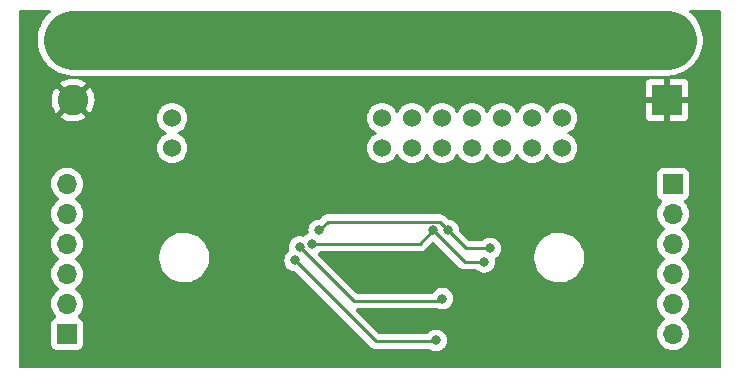
<source format=gbl>
%TF.GenerationSoftware,KiCad,Pcbnew,(6.0.4-0)*%
%TF.CreationDate,2022-03-28T18:44:13+01:00*%
%TF.ProjectId,SevenSegmentModule,53657665-6e53-4656-976d-656e744d6f64,rev?*%
%TF.SameCoordinates,Original*%
%TF.FileFunction,Copper,L2,Bot*%
%TF.FilePolarity,Positive*%
%FSLAX46Y46*%
G04 Gerber Fmt 4.6, Leading zero omitted, Abs format (unit mm)*
G04 Created by KiCad (PCBNEW (6.0.4-0)) date 2022-03-28 18:44:13*
%MOMM*%
%LPD*%
G01*
G04 APERTURE LIST*
%TA.AperFunction,ComponentPad*%
%ADD10R,1.700000X1.700000*%
%TD*%
%TA.AperFunction,ComponentPad*%
%ADD11O,1.700000X1.700000*%
%TD*%
%TA.AperFunction,ComponentPad*%
%ADD12C,1.524000*%
%TD*%
%TA.AperFunction,ComponentPad*%
%ADD13R,2.600000X2.600000*%
%TD*%
%TA.AperFunction,ComponentPad*%
%ADD14C,2.600000*%
%TD*%
%TA.AperFunction,ViaPad*%
%ADD15C,0.800000*%
%TD*%
%TA.AperFunction,Conductor*%
%ADD16C,5.000000*%
%TD*%
%TA.AperFunction,Conductor*%
%ADD17C,0.250000*%
%TD*%
G04 APERTURE END LIST*
D10*
%TO.P,J4,1,Pin_1*%
%TO.N,+3V3*%
X139192000Y-99568000D03*
D11*
%TO.P,J4,2,Pin_2*%
%TO.N,SER_OUT*%
X139192000Y-97028000D03*
%TO.P,J4,3,Pin_3*%
%TO.N,G*%
X139192000Y-94488000D03*
%TO.P,J4,4,Pin_4*%
%TO.N,SRCLR*%
X139192000Y-91948000D03*
%TO.P,J4,5,Pin_5*%
%TO.N,SRCK*%
X139192000Y-89408000D03*
%TO.P,J4,6,Pin_6*%
%TO.N,RCLK*%
X139192000Y-86868000D03*
%TD*%
D10*
%TO.P,J1,1,Pin_1*%
%TO.N,RCLK*%
X190500000Y-86868000D03*
D11*
%TO.P,J1,2,Pin_2*%
%TO.N,SRCK*%
X190500000Y-89408000D03*
%TO.P,J1,3,Pin_3*%
%TO.N,SRCLR*%
X190500000Y-91948000D03*
%TO.P,J1,4,Pin_4*%
%TO.N,G*%
X190500000Y-94488000D03*
%TO.P,J1,5,Pin_5*%
%TO.N,SER_IN*%
X190500000Y-97028000D03*
%TO.P,J1,6,Pin_6*%
%TO.N,+3V3*%
X190500000Y-99568000D03*
%TD*%
D12*
%TO.P,U2,16,DP-*%
%TO.N,Net-(U1-Pad4)*%
X148082000Y-83820000D03*
%TO.P,U2,15,DP+*%
%TO.N,Net-(R1-Pad1)*%
X148082000Y-81280000D03*
%TO.P,U2,14,G-*%
%TO.N,Net-(U1-Pad5)*%
X181102000Y-83820000D03*
%TO.P,U2,13,G+*%
%TO.N,Net-(R2-Pad1)*%
X181102000Y-81280000D03*
%TO.P,U2,12,F-*%
%TO.N,Net-(U1-Pad6)*%
X178562000Y-83820000D03*
%TO.P,U2,11,F+*%
%TO.N,Net-(R3-Pad1)*%
X178562000Y-81280000D03*
%TO.P,U2,10,E-*%
%TO.N,Net-(U1-Pad7)*%
X176022000Y-83820000D03*
%TO.P,U2,9,E+*%
%TO.N,Net-(R4-Pad1)*%
X176022000Y-81280000D03*
%TO.P,U2,8,D-*%
%TO.N,Net-(U1-Pad14)*%
X173482000Y-83820000D03*
%TO.P,U2,7,D+*%
%TO.N,Net-(R5-Pad1)*%
X173482000Y-81280000D03*
%TO.P,U2,6,C-*%
%TO.N,Net-(U1-Pad15)*%
X170942000Y-83820000D03*
%TO.P,U2,5,C+*%
%TO.N,Net-(R6-Pad1)*%
X170942000Y-81280000D03*
%TO.P,U2,4,B-*%
%TO.N,Net-(U1-Pad16)*%
X168402000Y-83820000D03*
%TO.P,U2,3,B+*%
%TO.N,Net-(R7-Pad1)*%
X168402000Y-81280000D03*
%TO.P,U2,2,A-*%
%TO.N,Net-(U1-Pad17)*%
X165862000Y-83820000D03*
%TO.P,U2,1,A+*%
%TO.N,Net-(R8-Pad1)*%
X165862000Y-81280000D03*
%TD*%
D13*
%TO.P,J5,1,Pin_1*%
%TO.N,+5V*%
X139700000Y-74676000D03*
D14*
%TO.P,J5,2,Pin_2*%
%TO.N,GND*%
X139700000Y-79756000D03*
%TD*%
D13*
%TO.P,J2,1,Pin_1*%
%TO.N,GND*%
X189992000Y-79756000D03*
D14*
%TO.P,J2,2,Pin_2*%
%TO.N,+5V*%
X189992000Y-74676000D03*
%TD*%
D15*
%TO.N,GND*%
X159766000Y-87376000D03*
X173736000Y-87884000D03*
X173990000Y-98171000D03*
X158877000Y-98552000D03*
%TO.N,SRCLR*%
X158877000Y-92202000D03*
X170967187Y-96575311D03*
%TO.N,G*%
X170434000Y-100113500D03*
X158496000Y-93345000D03*
%TO.N,SRCK*%
X159893000Y-91948000D03*
%TO.N,RCLK*%
X160528000Y-90805000D03*
X171450000Y-90805000D03*
X175006000Y-92329000D03*
%TO.N,SRCK*%
X170180000Y-90805000D03*
X174498000Y-93472000D03*
%TD*%
D16*
%TO.N,+5V*%
X189992000Y-74676000D02*
X139700000Y-74676000D01*
D17*
%TO.N,SRCLR*%
X158877000Y-92202000D02*
X163449000Y-96774000D01*
X163449000Y-96774000D02*
X170768498Y-96774000D01*
X170768498Y-96774000D02*
X170967187Y-96575311D01*
%TO.N,G*%
X170344500Y-100203000D02*
X170434000Y-100113500D01*
X165354000Y-100203000D02*
X170344500Y-100203000D01*
X158496000Y-93345000D02*
X165354000Y-100203000D01*
%TO.N,SRCK*%
X159893000Y-91948000D02*
X169037000Y-91948000D01*
X169037000Y-91948000D02*
X170180000Y-90805000D01*
%TO.N,RCLK*%
X160528000Y-90805000D02*
X161252511Y-90080489D01*
X161252511Y-90080489D02*
X170725489Y-90080489D01*
X170725489Y-90080489D02*
X171450000Y-90805000D01*
X172974000Y-92329000D02*
X171450000Y-90805000D01*
X175006000Y-92329000D02*
X172974000Y-92329000D01*
%TO.N,SRCK*%
X172847000Y-93472000D02*
X170180000Y-90805000D01*
X174498000Y-93472000D02*
X172847000Y-93472000D01*
%TD*%
%TA.AperFunction,Conductor*%
%TO.N,GND*%
G36*
X137760530Y-72156502D02*
G01*
X137807023Y-72210158D01*
X137817127Y-72280432D01*
X137787633Y-72345012D01*
X137778192Y-72354789D01*
X137524904Y-72590158D01*
X137299578Y-72853981D01*
X137106069Y-73141953D01*
X136946940Y-73450259D01*
X136824302Y-73774811D01*
X136739780Y-74111308D01*
X136694494Y-74455289D01*
X136689044Y-74802196D01*
X136689405Y-74805810D01*
X136689405Y-74805816D01*
X136713694Y-75049157D01*
X136723503Y-75147431D01*
X136797414Y-75486417D01*
X136909797Y-75814661D01*
X137059163Y-76127812D01*
X137243532Y-76421721D01*
X137245804Y-76424557D01*
X137245809Y-76424564D01*
X137302252Y-76495016D01*
X137460459Y-76692491D01*
X137707071Y-76936534D01*
X137980098Y-77150614D01*
X138275921Y-77331895D01*
X138279206Y-77333420D01*
X138279210Y-77333422D01*
X138518653Y-77444567D01*
X138590620Y-77477973D01*
X138694926Y-77512469D01*
X138916578Y-77585774D01*
X138916583Y-77585775D01*
X138920023Y-77586913D01*
X138923578Y-77587649D01*
X138923581Y-77587650D01*
X139256214Y-77656535D01*
X139256217Y-77656535D01*
X139259764Y-77657270D01*
X139398221Y-77669627D01*
X139562076Y-77684251D01*
X139562082Y-77684251D01*
X139564869Y-77684500D01*
X190080432Y-77684500D01*
X190082251Y-77684395D01*
X190082255Y-77684395D01*
X190334754Y-77669836D01*
X190334759Y-77669835D01*
X190338374Y-77669627D01*
X190413388Y-77656535D01*
X190676585Y-77610600D01*
X190676592Y-77610598D01*
X190680158Y-77609976D01*
X190683633Y-77608947D01*
X190683640Y-77608945D01*
X190816863Y-77569482D01*
X191012820Y-77511437D01*
X191016159Y-77510013D01*
X191328614Y-77376740D01*
X191328617Y-77376738D01*
X191331952Y-77375316D01*
X191335099Y-77373521D01*
X191335103Y-77373519D01*
X191630184Y-77205208D01*
X191633324Y-77203417D01*
X191912940Y-76998018D01*
X192167096Y-76761842D01*
X192392422Y-76498019D01*
X192585931Y-76210047D01*
X192745060Y-75901741D01*
X192867698Y-75577189D01*
X192952220Y-75240692D01*
X192997506Y-74896711D01*
X193002956Y-74549804D01*
X192993163Y-74451685D01*
X192968857Y-74208177D01*
X192968497Y-74204569D01*
X192894586Y-73865583D01*
X192782203Y-73537339D01*
X192632837Y-73224188D01*
X192448468Y-72930279D01*
X192446196Y-72927443D01*
X192446191Y-72927436D01*
X192233813Y-72662345D01*
X192231541Y-72659509D01*
X191984929Y-72415466D01*
X191916298Y-72361652D01*
X191875035Y-72303881D01*
X191871555Y-72232969D01*
X191906966Y-72171434D01*
X191970024Y-72138811D01*
X191994046Y-72136500D01*
X194437500Y-72136500D01*
X194505621Y-72156502D01*
X194552114Y-72210158D01*
X194563500Y-72262500D01*
X194563500Y-102362500D01*
X194543498Y-102430621D01*
X194489842Y-102477114D01*
X194437500Y-102488500D01*
X135254500Y-102488500D01*
X135186379Y-102468498D01*
X135139886Y-102414842D01*
X135128500Y-102362500D01*
X135128500Y-96994695D01*
X137829251Y-96994695D01*
X137829548Y-96999848D01*
X137829548Y-96999851D01*
X137836029Y-97112255D01*
X137842110Y-97217715D01*
X137843247Y-97222761D01*
X137843248Y-97222767D01*
X137849220Y-97249266D01*
X137891222Y-97435639D01*
X137975266Y-97642616D01*
X138091987Y-97833088D01*
X138238250Y-98001938D01*
X138242230Y-98005242D01*
X138246981Y-98009187D01*
X138286616Y-98068090D01*
X138288113Y-98139071D01*
X138250997Y-98199593D01*
X138210725Y-98224112D01*
X138122095Y-98257338D01*
X138095295Y-98267385D01*
X137978739Y-98354739D01*
X137891385Y-98471295D01*
X137840255Y-98607684D01*
X137833500Y-98669866D01*
X137833500Y-100466134D01*
X137840255Y-100528316D01*
X137891385Y-100664705D01*
X137978739Y-100781261D01*
X138095295Y-100868615D01*
X138231684Y-100919745D01*
X138293866Y-100926500D01*
X140090134Y-100926500D01*
X140152316Y-100919745D01*
X140288705Y-100868615D01*
X140405261Y-100781261D01*
X140492615Y-100664705D01*
X140543745Y-100528316D01*
X140550500Y-100466134D01*
X140550500Y-98669866D01*
X140543745Y-98607684D01*
X140492615Y-98471295D01*
X140405261Y-98354739D01*
X140288705Y-98267385D01*
X140261905Y-98257338D01*
X140170203Y-98222960D01*
X140113439Y-98180318D01*
X140088739Y-98113756D01*
X140103947Y-98044408D01*
X140125493Y-98015727D01*
X140226435Y-97915137D01*
X140230096Y-97911489D01*
X140289594Y-97828689D01*
X140357435Y-97734277D01*
X140360453Y-97730077D01*
X140459430Y-97529811D01*
X140524370Y-97316069D01*
X140553529Y-97094590D01*
X140555156Y-97028000D01*
X140536852Y-96805361D01*
X140482431Y-96588702D01*
X140393354Y-96383840D01*
X140272014Y-96196277D01*
X140121670Y-96031051D01*
X140117619Y-96027852D01*
X140117615Y-96027848D01*
X139950414Y-95895800D01*
X139950410Y-95895798D01*
X139946359Y-95892598D01*
X139905053Y-95869796D01*
X139855084Y-95819364D01*
X139840312Y-95749921D01*
X139865428Y-95683516D01*
X139892780Y-95656909D01*
X139936603Y-95625650D01*
X140071860Y-95529173D01*
X140230096Y-95371489D01*
X140289594Y-95288689D01*
X140357435Y-95194277D01*
X140360453Y-95190077D01*
X140363455Y-95184004D01*
X140457136Y-94994453D01*
X140457137Y-94994451D01*
X140459430Y-94989811D01*
X140524370Y-94776069D01*
X140553529Y-94554590D01*
X140554337Y-94521528D01*
X140555074Y-94491365D01*
X140555074Y-94491361D01*
X140555156Y-94488000D01*
X140536852Y-94265361D01*
X140482431Y-94048702D01*
X140393354Y-93843840D01*
X140306944Y-93710271D01*
X140274822Y-93660617D01*
X140274820Y-93660614D01*
X140272014Y-93656277D01*
X140121670Y-93491051D01*
X140117619Y-93487852D01*
X140117615Y-93487848D01*
X139950414Y-93355800D01*
X139950410Y-93355798D01*
X139946359Y-93352598D01*
X139905053Y-93329796D01*
X139855084Y-93279364D01*
X139843244Y-93223703D01*
X146988743Y-93223703D01*
X146989302Y-93227947D01*
X146989302Y-93227951D01*
X147003016Y-93332118D01*
X147026268Y-93508734D01*
X147102129Y-93786036D01*
X147103813Y-93789984D01*
X147212328Y-94044391D01*
X147214923Y-94050476D01*
X147249937Y-94108980D01*
X147358518Y-94290405D01*
X147362561Y-94297161D01*
X147542313Y-94521528D01*
X147559397Y-94537740D01*
X147712224Y-94682767D01*
X147750851Y-94719423D01*
X147984317Y-94887186D01*
X147988112Y-94889195D01*
X147988113Y-94889196D01*
X148009321Y-94900425D01*
X148238392Y-95021712D01*
X148262699Y-95030607D01*
X148459473Y-95102616D01*
X148508373Y-95120511D01*
X148789264Y-95181755D01*
X148817841Y-95184004D01*
X149012282Y-95199307D01*
X149012291Y-95199307D01*
X149014739Y-95199500D01*
X149170271Y-95199500D01*
X149172407Y-95199354D01*
X149172418Y-95199354D01*
X149380548Y-95185165D01*
X149380554Y-95185164D01*
X149384825Y-95184873D01*
X149389020Y-95184004D01*
X149389022Y-95184004D01*
X149525584Y-95155723D01*
X149666342Y-95126574D01*
X149937343Y-95030607D01*
X150192812Y-94898750D01*
X150196313Y-94896289D01*
X150196317Y-94896287D01*
X150310417Y-94816096D01*
X150428023Y-94733441D01*
X150616919Y-94557908D01*
X150635479Y-94540661D01*
X150635481Y-94540658D01*
X150638622Y-94537740D01*
X150820713Y-94315268D01*
X150970927Y-94070142D01*
X150980339Y-94048702D01*
X151084757Y-93810830D01*
X151086483Y-93806898D01*
X151165244Y-93530406D01*
X151191631Y-93345000D01*
X157582496Y-93345000D01*
X157583186Y-93351565D01*
X157599258Y-93504478D01*
X157602458Y-93534928D01*
X157661473Y-93716556D01*
X157756960Y-93881944D01*
X157761378Y-93886851D01*
X157761379Y-93886852D01*
X157818744Y-93950562D01*
X157884747Y-94023866D01*
X157943026Y-94066208D01*
X158003603Y-94110220D01*
X158039248Y-94136118D01*
X158045276Y-94138802D01*
X158045278Y-94138803D01*
X158081085Y-94154745D01*
X158213712Y-94213794D01*
X158302046Y-94232570D01*
X158394056Y-94252128D01*
X158394061Y-94252128D01*
X158400513Y-94253500D01*
X158456406Y-94253500D01*
X158524527Y-94273502D01*
X158545501Y-94290405D01*
X164850343Y-100595247D01*
X164857887Y-100603537D01*
X164862000Y-100610018D01*
X164867777Y-100615443D01*
X164911667Y-100656658D01*
X164914509Y-100659413D01*
X164934231Y-100679135D01*
X164937355Y-100681558D01*
X164937359Y-100681562D01*
X164937424Y-100681612D01*
X164946445Y-100689317D01*
X164978679Y-100719586D01*
X164985627Y-100723405D01*
X164985629Y-100723407D01*
X164996432Y-100729346D01*
X165012959Y-100740202D01*
X165022698Y-100747757D01*
X165022700Y-100747758D01*
X165028960Y-100752614D01*
X165069540Y-100770174D01*
X165080188Y-100775391D01*
X165111066Y-100792366D01*
X165118940Y-100796695D01*
X165126616Y-100798666D01*
X165126619Y-100798667D01*
X165138562Y-100801733D01*
X165157267Y-100808137D01*
X165175855Y-100816181D01*
X165183678Y-100817420D01*
X165183688Y-100817423D01*
X165219524Y-100823099D01*
X165231144Y-100825505D01*
X165266289Y-100834528D01*
X165273970Y-100836500D01*
X165294224Y-100836500D01*
X165313934Y-100838051D01*
X165333943Y-100841220D01*
X165341835Y-100840474D01*
X165367467Y-100838051D01*
X165377962Y-100837059D01*
X165389819Y-100836500D01*
X169842552Y-100836500D01*
X169910673Y-100856502D01*
X169916613Y-100860564D01*
X169939277Y-100877030D01*
X169977248Y-100904618D01*
X169983276Y-100907302D01*
X169983278Y-100907303D01*
X170033702Y-100929753D01*
X170151712Y-100982294D01*
X170245112Y-101002147D01*
X170332056Y-101020628D01*
X170332061Y-101020628D01*
X170338513Y-101022000D01*
X170529487Y-101022000D01*
X170535939Y-101020628D01*
X170535944Y-101020628D01*
X170622888Y-101002147D01*
X170716288Y-100982294D01*
X170834298Y-100929753D01*
X170884722Y-100907303D01*
X170884724Y-100907302D01*
X170890752Y-100904618D01*
X170928724Y-100877030D01*
X170956978Y-100856502D01*
X171045253Y-100792366D01*
X171061717Y-100774081D01*
X171168621Y-100655352D01*
X171168622Y-100655351D01*
X171173040Y-100650444D01*
X171243551Y-100528316D01*
X171265223Y-100490779D01*
X171265224Y-100490778D01*
X171268527Y-100485056D01*
X171327542Y-100303428D01*
X171347504Y-100113500D01*
X171342912Y-100069811D01*
X171328232Y-99930135D01*
X171328232Y-99930133D01*
X171327542Y-99923572D01*
X171268527Y-99741944D01*
X171173040Y-99576556D01*
X171135349Y-99534695D01*
X189137251Y-99534695D01*
X189137548Y-99539848D01*
X189137548Y-99539851D01*
X189143011Y-99634590D01*
X189150110Y-99757715D01*
X189151247Y-99762761D01*
X189151248Y-99762767D01*
X189171119Y-99850939D01*
X189199222Y-99975639D01*
X189283266Y-100182616D01*
X189285965Y-100187020D01*
X189361147Y-100309706D01*
X189399987Y-100373088D01*
X189546250Y-100541938D01*
X189718126Y-100684632D01*
X189911000Y-100797338D01*
X189915825Y-100799180D01*
X189915826Y-100799181D01*
X189952101Y-100813033D01*
X190119692Y-100877030D01*
X190124760Y-100878061D01*
X190124763Y-100878062D01*
X190232017Y-100899883D01*
X190338597Y-100921567D01*
X190343772Y-100921757D01*
X190343774Y-100921757D01*
X190556673Y-100929564D01*
X190556677Y-100929564D01*
X190561837Y-100929753D01*
X190566957Y-100929097D01*
X190566959Y-100929097D01*
X190778288Y-100902025D01*
X190778289Y-100902025D01*
X190783416Y-100901368D01*
X190788366Y-100899883D01*
X190992429Y-100838661D01*
X190992434Y-100838659D01*
X190997384Y-100837174D01*
X191197994Y-100738896D01*
X191379860Y-100609173D01*
X191538096Y-100451489D01*
X191597594Y-100368689D01*
X191665435Y-100274277D01*
X191668453Y-100270077D01*
X191749083Y-100106935D01*
X191765136Y-100074453D01*
X191765137Y-100074451D01*
X191767430Y-100069811D01*
X191832370Y-99856069D01*
X191861529Y-99634590D01*
X191863156Y-99568000D01*
X191844852Y-99345361D01*
X191790431Y-99128702D01*
X191701354Y-98923840D01*
X191580014Y-98736277D01*
X191429670Y-98571051D01*
X191425619Y-98567852D01*
X191425615Y-98567848D01*
X191258414Y-98435800D01*
X191258410Y-98435798D01*
X191254359Y-98432598D01*
X191213053Y-98409796D01*
X191163084Y-98359364D01*
X191148312Y-98289921D01*
X191173428Y-98223516D01*
X191200780Y-98196909D01*
X191244603Y-98165650D01*
X191379860Y-98069173D01*
X191538096Y-97911489D01*
X191597594Y-97828689D01*
X191665435Y-97734277D01*
X191668453Y-97730077D01*
X191767430Y-97529811D01*
X191832370Y-97316069D01*
X191861529Y-97094590D01*
X191863156Y-97028000D01*
X191844852Y-96805361D01*
X191790431Y-96588702D01*
X191701354Y-96383840D01*
X191580014Y-96196277D01*
X191429670Y-96031051D01*
X191425619Y-96027852D01*
X191425615Y-96027848D01*
X191258414Y-95895800D01*
X191258410Y-95895798D01*
X191254359Y-95892598D01*
X191213053Y-95869796D01*
X191163084Y-95819364D01*
X191148312Y-95749921D01*
X191173428Y-95683516D01*
X191200780Y-95656909D01*
X191244603Y-95625650D01*
X191379860Y-95529173D01*
X191538096Y-95371489D01*
X191597594Y-95288689D01*
X191665435Y-95194277D01*
X191668453Y-95190077D01*
X191671455Y-95184004D01*
X191765136Y-94994453D01*
X191765137Y-94994451D01*
X191767430Y-94989811D01*
X191832370Y-94776069D01*
X191861529Y-94554590D01*
X191862337Y-94521528D01*
X191863074Y-94491365D01*
X191863074Y-94491361D01*
X191863156Y-94488000D01*
X191844852Y-94265361D01*
X191790431Y-94048702D01*
X191701354Y-93843840D01*
X191614944Y-93710271D01*
X191582822Y-93660617D01*
X191582820Y-93660614D01*
X191580014Y-93656277D01*
X191429670Y-93491051D01*
X191425619Y-93487852D01*
X191425615Y-93487848D01*
X191258414Y-93355800D01*
X191258410Y-93355798D01*
X191254359Y-93352598D01*
X191213053Y-93329796D01*
X191163084Y-93279364D01*
X191148312Y-93209921D01*
X191173428Y-93143516D01*
X191200780Y-93116909D01*
X191244603Y-93085650D01*
X191379860Y-92989173D01*
X191538096Y-92831489D01*
X191550826Y-92813774D01*
X191665435Y-92654277D01*
X191668453Y-92650077D01*
X191678009Y-92630743D01*
X191765136Y-92454453D01*
X191765137Y-92454451D01*
X191767430Y-92449811D01*
X191832370Y-92236069D01*
X191861529Y-92014590D01*
X191863156Y-91948000D01*
X191844852Y-91725361D01*
X191790431Y-91508702D01*
X191701354Y-91303840D01*
X191619010Y-91176556D01*
X191582822Y-91120617D01*
X191582820Y-91120614D01*
X191580014Y-91116277D01*
X191429670Y-90951051D01*
X191425619Y-90947852D01*
X191425615Y-90947848D01*
X191258414Y-90815800D01*
X191258410Y-90815798D01*
X191254359Y-90812598D01*
X191213053Y-90789796D01*
X191163084Y-90739364D01*
X191148312Y-90669921D01*
X191173428Y-90603516D01*
X191200780Y-90576909D01*
X191244603Y-90545650D01*
X191379860Y-90449173D01*
X191538096Y-90291489D01*
X191550826Y-90273774D01*
X191665435Y-90114277D01*
X191668453Y-90110077D01*
X191767430Y-89909811D01*
X191832370Y-89696069D01*
X191861529Y-89474590D01*
X191862134Y-89449816D01*
X191863074Y-89411365D01*
X191863074Y-89411361D01*
X191863156Y-89408000D01*
X191844852Y-89185361D01*
X191790431Y-88968702D01*
X191701354Y-88763840D01*
X191580014Y-88576277D01*
X191576532Y-88572450D01*
X191432798Y-88414488D01*
X191401746Y-88350642D01*
X191410141Y-88280143D01*
X191455317Y-88225375D01*
X191481761Y-88211706D01*
X191588297Y-88171767D01*
X191596705Y-88168615D01*
X191713261Y-88081261D01*
X191800615Y-87964705D01*
X191851745Y-87828316D01*
X191858500Y-87766134D01*
X191858500Y-85969866D01*
X191851745Y-85907684D01*
X191800615Y-85771295D01*
X191713261Y-85654739D01*
X191596705Y-85567385D01*
X191460316Y-85516255D01*
X191398134Y-85509500D01*
X189601866Y-85509500D01*
X189539684Y-85516255D01*
X189403295Y-85567385D01*
X189286739Y-85654739D01*
X189199385Y-85771295D01*
X189148255Y-85907684D01*
X189141500Y-85969866D01*
X189141500Y-87766134D01*
X189148255Y-87828316D01*
X189199385Y-87964705D01*
X189286739Y-88081261D01*
X189403295Y-88168615D01*
X189411704Y-88171767D01*
X189411705Y-88171768D01*
X189520451Y-88212535D01*
X189577216Y-88255176D01*
X189601916Y-88321738D01*
X189586709Y-88391087D01*
X189567316Y-88417568D01*
X189440629Y-88550138D01*
X189314743Y-88734680D01*
X189220688Y-88937305D01*
X189160989Y-89152570D01*
X189137251Y-89374695D01*
X189137548Y-89379848D01*
X189137548Y-89379851D01*
X189146256Y-89530875D01*
X189150110Y-89597715D01*
X189151247Y-89602761D01*
X189151248Y-89602767D01*
X189169103Y-89681991D01*
X189199222Y-89815639D01*
X189237461Y-89909811D01*
X189279720Y-90013882D01*
X189283266Y-90022616D01*
X189399987Y-90213088D01*
X189546250Y-90381938D01*
X189718126Y-90524632D01*
X189788595Y-90565811D01*
X189791445Y-90567476D01*
X189840169Y-90619114D01*
X189853240Y-90688897D01*
X189826509Y-90754669D01*
X189786055Y-90788027D01*
X189773607Y-90794507D01*
X189769474Y-90797610D01*
X189769471Y-90797612D01*
X189599100Y-90925530D01*
X189594965Y-90928635D01*
X189591393Y-90932373D01*
X189473801Y-91055426D01*
X189440629Y-91090138D01*
X189437715Y-91094410D01*
X189437714Y-91094411D01*
X189396932Y-91154195D01*
X189314743Y-91274680D01*
X189288213Y-91331834D01*
X189227379Y-91462891D01*
X189220688Y-91477305D01*
X189160989Y-91692570D01*
X189137251Y-91914695D01*
X189137548Y-91919848D01*
X189137548Y-91919851D01*
X189143011Y-92014590D01*
X189150110Y-92137715D01*
X189151247Y-92142761D01*
X189151248Y-92142767D01*
X189163118Y-92195435D01*
X189199222Y-92355639D01*
X189259014Y-92502890D01*
X189280476Y-92555744D01*
X189283266Y-92562616D01*
X189306448Y-92600446D01*
X189371303Y-92706279D01*
X189399987Y-92753088D01*
X189546250Y-92921938D01*
X189718126Y-93064632D01*
X189788595Y-93105811D01*
X189791445Y-93107476D01*
X189840169Y-93159114D01*
X189853240Y-93228897D01*
X189826509Y-93294669D01*
X189786055Y-93328027D01*
X189773607Y-93334507D01*
X189769474Y-93337610D01*
X189769471Y-93337612D01*
X189745247Y-93355800D01*
X189594965Y-93468635D01*
X189440629Y-93630138D01*
X189314743Y-93814680D01*
X189283520Y-93881944D01*
X189227272Y-94003122D01*
X189220688Y-94017305D01*
X189160989Y-94232570D01*
X189137251Y-94454695D01*
X189137548Y-94459848D01*
X189137548Y-94459851D01*
X189143011Y-94554590D01*
X189150110Y-94677715D01*
X189151247Y-94682761D01*
X189151248Y-94682767D01*
X189171119Y-94770939D01*
X189199222Y-94895639D01*
X189283266Y-95102616D01*
X189399987Y-95293088D01*
X189546250Y-95461938D01*
X189718126Y-95604632D01*
X189788595Y-95645811D01*
X189791445Y-95647476D01*
X189840169Y-95699114D01*
X189853240Y-95768897D01*
X189826509Y-95834669D01*
X189786055Y-95868027D01*
X189773607Y-95874507D01*
X189769474Y-95877610D01*
X189769471Y-95877612D01*
X189745247Y-95895800D01*
X189594965Y-96008635D01*
X189440629Y-96170138D01*
X189314743Y-96354680D01*
X189220688Y-96557305D01*
X189160989Y-96772570D01*
X189137251Y-96994695D01*
X189137548Y-96999848D01*
X189137548Y-96999851D01*
X189144029Y-97112255D01*
X189150110Y-97217715D01*
X189151247Y-97222761D01*
X189151248Y-97222767D01*
X189157220Y-97249266D01*
X189199222Y-97435639D01*
X189283266Y-97642616D01*
X189399987Y-97833088D01*
X189546250Y-98001938D01*
X189718126Y-98144632D01*
X189779196Y-98180318D01*
X189791445Y-98187476D01*
X189840169Y-98239114D01*
X189853240Y-98308897D01*
X189826509Y-98374669D01*
X189786055Y-98408027D01*
X189773607Y-98414507D01*
X189769474Y-98417610D01*
X189769471Y-98417612D01*
X189599100Y-98545530D01*
X189594965Y-98548635D01*
X189440629Y-98710138D01*
X189314743Y-98894680D01*
X189220688Y-99097305D01*
X189160989Y-99312570D01*
X189137251Y-99534695D01*
X171135349Y-99534695D01*
X171133458Y-99532595D01*
X171049675Y-99439545D01*
X171049674Y-99439544D01*
X171045253Y-99434634D01*
X170890752Y-99322382D01*
X170884724Y-99319698D01*
X170884722Y-99319697D01*
X170722319Y-99247391D01*
X170722318Y-99247391D01*
X170716288Y-99244706D01*
X170622887Y-99224853D01*
X170535944Y-99206372D01*
X170535939Y-99206372D01*
X170529487Y-99205000D01*
X170338513Y-99205000D01*
X170332061Y-99206372D01*
X170332056Y-99206372D01*
X170245113Y-99224853D01*
X170151712Y-99244706D01*
X170145682Y-99247391D01*
X170145681Y-99247391D01*
X169983278Y-99319697D01*
X169983276Y-99319698D01*
X169977248Y-99322382D01*
X169822747Y-99434634D01*
X169818326Y-99439544D01*
X169818325Y-99439545D01*
X169738851Y-99527810D01*
X169678405Y-99565050D01*
X169645215Y-99569500D01*
X165668594Y-99569500D01*
X165600473Y-99549498D01*
X165579499Y-99532595D01*
X163669499Y-97622595D01*
X163635473Y-97560283D01*
X163640538Y-97489468D01*
X163683085Y-97432632D01*
X163749605Y-97407821D01*
X163758594Y-97407500D01*
X170575900Y-97407500D01*
X170627148Y-97418393D01*
X170678863Y-97441418D01*
X170678866Y-97441419D01*
X170684899Y-97444105D01*
X170726527Y-97452953D01*
X170865243Y-97482439D01*
X170865248Y-97482439D01*
X170871700Y-97483811D01*
X171062674Y-97483811D01*
X171069126Y-97482439D01*
X171069131Y-97482439D01*
X171156075Y-97463958D01*
X171249475Y-97444105D01*
X171255510Y-97441418D01*
X171417909Y-97369114D01*
X171417911Y-97369113D01*
X171423939Y-97366429D01*
X171578440Y-97254177D01*
X171606722Y-97222767D01*
X171701808Y-97117163D01*
X171701809Y-97117162D01*
X171706227Y-97112255D01*
X171801714Y-96946867D01*
X171860729Y-96765239D01*
X171880691Y-96575311D01*
X171860729Y-96385383D01*
X171801714Y-96203755D01*
X171706227Y-96038367D01*
X171676661Y-96005530D01*
X171582862Y-95901356D01*
X171582861Y-95901355D01*
X171578440Y-95896445D01*
X171423939Y-95784193D01*
X171417911Y-95781509D01*
X171417909Y-95781508D01*
X171255506Y-95709202D01*
X171255505Y-95709202D01*
X171249475Y-95706517D01*
X171156074Y-95686664D01*
X171069131Y-95668183D01*
X171069126Y-95668183D01*
X171062674Y-95666811D01*
X170871700Y-95666811D01*
X170865248Y-95668183D01*
X170865243Y-95668183D01*
X170778300Y-95686664D01*
X170684899Y-95706517D01*
X170678869Y-95709202D01*
X170678868Y-95709202D01*
X170516465Y-95781508D01*
X170516463Y-95781509D01*
X170510435Y-95784193D01*
X170355934Y-95896445D01*
X170351513Y-95901355D01*
X170351512Y-95901356D01*
X170257714Y-96005530D01*
X170228147Y-96038367D01*
X170224846Y-96044085D01*
X170205553Y-96077501D01*
X170154169Y-96126494D01*
X170096434Y-96140500D01*
X163763595Y-96140500D01*
X163695474Y-96120498D01*
X163674500Y-96103595D01*
X160431058Y-92860153D01*
X160397032Y-92797841D01*
X160402097Y-92727026D01*
X160446092Y-92669123D01*
X160504253Y-92626866D01*
X160508668Y-92621962D01*
X160513580Y-92617540D01*
X160514705Y-92618789D01*
X160568014Y-92585949D01*
X160601200Y-92581500D01*
X168958233Y-92581500D01*
X168969416Y-92582027D01*
X168976909Y-92583702D01*
X168984835Y-92583453D01*
X168984836Y-92583453D01*
X169044986Y-92581562D01*
X169048945Y-92581500D01*
X169076856Y-92581500D01*
X169080791Y-92581003D01*
X169080856Y-92580995D01*
X169092693Y-92580062D01*
X169124951Y-92579048D01*
X169128970Y-92578922D01*
X169136889Y-92578673D01*
X169156343Y-92573021D01*
X169175700Y-92569013D01*
X169187930Y-92567468D01*
X169187931Y-92567468D01*
X169195797Y-92566474D01*
X169203168Y-92563555D01*
X169203170Y-92563555D01*
X169236912Y-92550196D01*
X169248142Y-92546351D01*
X169282983Y-92536229D01*
X169282984Y-92536229D01*
X169290593Y-92534018D01*
X169297412Y-92529985D01*
X169297417Y-92529983D01*
X169308028Y-92523707D01*
X169325776Y-92515012D01*
X169344617Y-92507552D01*
X169380387Y-92481564D01*
X169390307Y-92475048D01*
X169421535Y-92456580D01*
X169421538Y-92456578D01*
X169428362Y-92452542D01*
X169442683Y-92438221D01*
X169457717Y-92425380D01*
X169467694Y-92418131D01*
X169474107Y-92413472D01*
X169479157Y-92407368D01*
X169479162Y-92407363D01*
X169502293Y-92379402D01*
X169510283Y-92370621D01*
X170090906Y-91789999D01*
X170153218Y-91755974D01*
X170224034Y-91761039D01*
X170269096Y-91790000D01*
X172343343Y-93864247D01*
X172350887Y-93872537D01*
X172355000Y-93879018D01*
X172360777Y-93884443D01*
X172404667Y-93925658D01*
X172407509Y-93928413D01*
X172427231Y-93948135D01*
X172430355Y-93950558D01*
X172430359Y-93950562D01*
X172430424Y-93950612D01*
X172439445Y-93958317D01*
X172471679Y-93988586D01*
X172478627Y-93992405D01*
X172478629Y-93992407D01*
X172489432Y-93998346D01*
X172505959Y-94009202D01*
X172515698Y-94016757D01*
X172515700Y-94016758D01*
X172521960Y-94021614D01*
X172562540Y-94039174D01*
X172573188Y-94044391D01*
X172590158Y-94053720D01*
X172611940Y-94065695D01*
X172619616Y-94067666D01*
X172619619Y-94067667D01*
X172631562Y-94070733D01*
X172650267Y-94077137D01*
X172668855Y-94085181D01*
X172676678Y-94086420D01*
X172676688Y-94086423D01*
X172712524Y-94092099D01*
X172724144Y-94094505D01*
X172759289Y-94103528D01*
X172766970Y-94105500D01*
X172787224Y-94105500D01*
X172806934Y-94107051D01*
X172826943Y-94110220D01*
X172834835Y-94109474D01*
X172870961Y-94106059D01*
X172882819Y-94105500D01*
X173789800Y-94105500D01*
X173857921Y-94125502D01*
X173877147Y-94141843D01*
X173877420Y-94141540D01*
X173882332Y-94145963D01*
X173886747Y-94150866D01*
X173908329Y-94166546D01*
X174026122Y-94252128D01*
X174041248Y-94263118D01*
X174047276Y-94265802D01*
X174047278Y-94265803D01*
X174209681Y-94338109D01*
X174215712Y-94340794D01*
X174309113Y-94360647D01*
X174396056Y-94379128D01*
X174396061Y-94379128D01*
X174402513Y-94380500D01*
X174593487Y-94380500D01*
X174599939Y-94379128D01*
X174599944Y-94379128D01*
X174686887Y-94360647D01*
X174780288Y-94340794D01*
X174786319Y-94338109D01*
X174948722Y-94265803D01*
X174948724Y-94265802D01*
X174954752Y-94263118D01*
X174969879Y-94252128D01*
X175026336Y-94211109D01*
X175109253Y-94150866D01*
X175145851Y-94110220D01*
X175232621Y-94013852D01*
X175232622Y-94013851D01*
X175237040Y-94008944D01*
X175313665Y-93876226D01*
X175329223Y-93849279D01*
X175329224Y-93849278D01*
X175332527Y-93843556D01*
X175391542Y-93661928D01*
X175392538Y-93652457D01*
X175410814Y-93478565D01*
X175411504Y-93472000D01*
X175399291Y-93355800D01*
X175392232Y-93288635D01*
X175392232Y-93288633D01*
X175391542Y-93282072D01*
X175389502Y-93275795D01*
X175388129Y-93269334D01*
X175389425Y-93269058D01*
X175388128Y-93223703D01*
X178738743Y-93223703D01*
X178739302Y-93227947D01*
X178739302Y-93227951D01*
X178753016Y-93332118D01*
X178776268Y-93508734D01*
X178852129Y-93786036D01*
X178853813Y-93789984D01*
X178962328Y-94044391D01*
X178964923Y-94050476D01*
X178999937Y-94108980D01*
X179108518Y-94290405D01*
X179112561Y-94297161D01*
X179292313Y-94521528D01*
X179309397Y-94537740D01*
X179462224Y-94682767D01*
X179500851Y-94719423D01*
X179734317Y-94887186D01*
X179738112Y-94889195D01*
X179738113Y-94889196D01*
X179759321Y-94900425D01*
X179988392Y-95021712D01*
X180012699Y-95030607D01*
X180209473Y-95102616D01*
X180258373Y-95120511D01*
X180539264Y-95181755D01*
X180567841Y-95184004D01*
X180762282Y-95199307D01*
X180762291Y-95199307D01*
X180764739Y-95199500D01*
X180920271Y-95199500D01*
X180922407Y-95199354D01*
X180922418Y-95199354D01*
X181130548Y-95185165D01*
X181130554Y-95185164D01*
X181134825Y-95184873D01*
X181139020Y-95184004D01*
X181139022Y-95184004D01*
X181275584Y-95155723D01*
X181416342Y-95126574D01*
X181687343Y-95030607D01*
X181942812Y-94898750D01*
X181946313Y-94896289D01*
X181946317Y-94896287D01*
X182060417Y-94816096D01*
X182178023Y-94733441D01*
X182366919Y-94557908D01*
X182385479Y-94540661D01*
X182385481Y-94540658D01*
X182388622Y-94537740D01*
X182570713Y-94315268D01*
X182720927Y-94070142D01*
X182730339Y-94048702D01*
X182834757Y-93810830D01*
X182836483Y-93806898D01*
X182915244Y-93530406D01*
X182955751Y-93245784D01*
X182955840Y-93228897D01*
X182957235Y-92962583D01*
X182957235Y-92962576D01*
X182957257Y-92958297D01*
X182919732Y-92673266D01*
X182843871Y-92395964D01*
X182824520Y-92350596D01*
X182732763Y-92135476D01*
X182732761Y-92135472D01*
X182731077Y-92131524D01*
X182619233Y-91944646D01*
X182585643Y-91888521D01*
X182585640Y-91888517D01*
X182583439Y-91884839D01*
X182403687Y-91660472D01*
X182195149Y-91462577D01*
X181961683Y-91294814D01*
X181939843Y-91283250D01*
X181905848Y-91265251D01*
X181707608Y-91160288D01*
X181437627Y-91061489D01*
X181156736Y-91000245D01*
X181125685Y-90997801D01*
X180933718Y-90982693D01*
X180933709Y-90982693D01*
X180931261Y-90982500D01*
X180775729Y-90982500D01*
X180773593Y-90982646D01*
X180773582Y-90982646D01*
X180565452Y-90996835D01*
X180565446Y-90996836D01*
X180561175Y-90997127D01*
X180556980Y-90997996D01*
X180556978Y-90997996D01*
X180420417Y-91026276D01*
X180279658Y-91055426D01*
X180008657Y-91151393D01*
X180004848Y-91153359D01*
X179771019Y-91274047D01*
X179753188Y-91283250D01*
X179749687Y-91285711D01*
X179749683Y-91285713D01*
X179687187Y-91329636D01*
X179517977Y-91448559D01*
X179307378Y-91644260D01*
X179125287Y-91866732D01*
X178975073Y-92111858D01*
X178973347Y-92115791D01*
X178973346Y-92115792D01*
X178870274Y-92350596D01*
X178859517Y-92375102D01*
X178858342Y-92379229D01*
X178858341Y-92379230D01*
X178837458Y-92452542D01*
X178780756Y-92651594D01*
X178770021Y-92727026D01*
X178749552Y-92870852D01*
X178740249Y-92936216D01*
X178740227Y-92940505D01*
X178740226Y-92940512D01*
X178738815Y-93209921D01*
X178738743Y-93223703D01*
X175388128Y-93223703D01*
X175387599Y-93205219D01*
X175424260Y-93144420D01*
X175451320Y-93126663D01*
X175450999Y-93126107D01*
X175456722Y-93122803D01*
X175462752Y-93120118D01*
X175617253Y-93007866D01*
X175681767Y-92936216D01*
X175740621Y-92870852D01*
X175740622Y-92870851D01*
X175745040Y-92865944D01*
X175840527Y-92700556D01*
X175899542Y-92518928D01*
X175906520Y-92452542D01*
X175918814Y-92335565D01*
X175919504Y-92329000D01*
X175909737Y-92236069D01*
X175900232Y-92145635D01*
X175900232Y-92145633D01*
X175899542Y-92139072D01*
X175840527Y-91957444D01*
X175835075Y-91948000D01*
X175748341Y-91797774D01*
X175745040Y-91792056D01*
X175680469Y-91720342D01*
X175621675Y-91655045D01*
X175621674Y-91655044D01*
X175617253Y-91650134D01*
X175462752Y-91537882D01*
X175456724Y-91535198D01*
X175456722Y-91535197D01*
X175294319Y-91462891D01*
X175294318Y-91462891D01*
X175288288Y-91460206D01*
X175194887Y-91440353D01*
X175107944Y-91421872D01*
X175107939Y-91421872D01*
X175101487Y-91420500D01*
X174910513Y-91420500D01*
X174904061Y-91421872D01*
X174904056Y-91421872D01*
X174817112Y-91440353D01*
X174723712Y-91460206D01*
X174717682Y-91462891D01*
X174717681Y-91462891D01*
X174555278Y-91535197D01*
X174555276Y-91535198D01*
X174549248Y-91537882D01*
X174394747Y-91650134D01*
X174390332Y-91655037D01*
X174385420Y-91659460D01*
X174384295Y-91658211D01*
X174330986Y-91691051D01*
X174297800Y-91695500D01*
X173288595Y-91695500D01*
X173220474Y-91675498D01*
X173199500Y-91658595D01*
X172397122Y-90856217D01*
X172363096Y-90793905D01*
X172360907Y-90780292D01*
X172344232Y-90621635D01*
X172344232Y-90621633D01*
X172343542Y-90615072D01*
X172284527Y-90433444D01*
X172189040Y-90268056D01*
X172061253Y-90126134D01*
X171924835Y-90027020D01*
X171912094Y-90017763D01*
X171912093Y-90017762D01*
X171906752Y-90013882D01*
X171900724Y-90011198D01*
X171900722Y-90011197D01*
X171738319Y-89938891D01*
X171738318Y-89938891D01*
X171732288Y-89936206D01*
X171629949Y-89914453D01*
X171551944Y-89897872D01*
X171551939Y-89897872D01*
X171545487Y-89896500D01*
X171489595Y-89896500D01*
X171421474Y-89876498D01*
X171400500Y-89859595D01*
X171229141Y-89688236D01*
X171221601Y-89679950D01*
X171217489Y-89673471D01*
X171167837Y-89626845D01*
X171164996Y-89624091D01*
X171145259Y-89604354D01*
X171142062Y-89601874D01*
X171133040Y-89594169D01*
X171119605Y-89581553D01*
X171100810Y-89563903D01*
X171093864Y-89560084D01*
X171093861Y-89560082D01*
X171083055Y-89554141D01*
X171066536Y-89543290D01*
X171066072Y-89542930D01*
X171050530Y-89530875D01*
X171043261Y-89527730D01*
X171043257Y-89527727D01*
X171009952Y-89513315D01*
X170999302Y-89508098D01*
X170960549Y-89486794D01*
X170940926Y-89481756D01*
X170922223Y-89475352D01*
X170910909Y-89470456D01*
X170910908Y-89470456D01*
X170903634Y-89467308D01*
X170895811Y-89466069D01*
X170895801Y-89466066D01*
X170859965Y-89460390D01*
X170848345Y-89457984D01*
X170813200Y-89448961D01*
X170813199Y-89448961D01*
X170805519Y-89446989D01*
X170785265Y-89446989D01*
X170765554Y-89445438D01*
X170753375Y-89443509D01*
X170745546Y-89442269D01*
X170716275Y-89445036D01*
X170701528Y-89446430D01*
X170689670Y-89446989D01*
X161331278Y-89446989D01*
X161320095Y-89446462D01*
X161312602Y-89444787D01*
X161304676Y-89445036D01*
X161304675Y-89445036D01*
X161244525Y-89446927D01*
X161240566Y-89446989D01*
X161212655Y-89446989D01*
X161208721Y-89447486D01*
X161208720Y-89447486D01*
X161208655Y-89447494D01*
X161196818Y-89448427D01*
X161165001Y-89449427D01*
X161160540Y-89449567D01*
X161152621Y-89449816D01*
X161134965Y-89454945D01*
X161133169Y-89455467D01*
X161113817Y-89459475D01*
X161106746Y-89460369D01*
X161093714Y-89462015D01*
X161086345Y-89464932D01*
X161086343Y-89464933D01*
X161052608Y-89478289D01*
X161041380Y-89482134D01*
X160998918Y-89494471D01*
X160992096Y-89498505D01*
X160992090Y-89498508D01*
X160981479Y-89504783D01*
X160963729Y-89513479D01*
X160952267Y-89518017D01*
X160952262Y-89518020D01*
X160944894Y-89520937D01*
X160927481Y-89533588D01*
X160909136Y-89546916D01*
X160899218Y-89553432D01*
X160887974Y-89560082D01*
X160861148Y-89575947D01*
X160846824Y-89590271D01*
X160831792Y-89603110D01*
X160815404Y-89615017D01*
X160787223Y-89649082D01*
X160779233Y-89657862D01*
X160577500Y-89859595D01*
X160515188Y-89893621D01*
X160488405Y-89896500D01*
X160432513Y-89896500D01*
X160426061Y-89897872D01*
X160426056Y-89897872D01*
X160348051Y-89914453D01*
X160245712Y-89936206D01*
X160239682Y-89938891D01*
X160239681Y-89938891D01*
X160077278Y-90011197D01*
X160077276Y-90011198D01*
X160071248Y-90013882D01*
X160065907Y-90017762D01*
X160065906Y-90017763D01*
X160053165Y-90027020D01*
X159916747Y-90126134D01*
X159788960Y-90268056D01*
X159693473Y-90433444D01*
X159634458Y-90615072D01*
X159633768Y-90621633D01*
X159633768Y-90621635D01*
X159615186Y-90798435D01*
X159614496Y-90805000D01*
X159632290Y-90974297D01*
X159619518Y-91044134D01*
X159571016Y-91095980D01*
X159558228Y-91102573D01*
X159442281Y-91154195D01*
X159442274Y-91154199D01*
X159436248Y-91156882D01*
X159281747Y-91269134D01*
X159277329Y-91274041D01*
X159277322Y-91274047D01*
X159262328Y-91290700D01*
X159201883Y-91327940D01*
X159142495Y-91329636D01*
X158978953Y-91294873D01*
X158978940Y-91294872D01*
X158972487Y-91293500D01*
X158781513Y-91293500D01*
X158775061Y-91294872D01*
X158775056Y-91294872D01*
X158696261Y-91311621D01*
X158594712Y-91333206D01*
X158588682Y-91335891D01*
X158588681Y-91335891D01*
X158426278Y-91408197D01*
X158426276Y-91408198D01*
X158420248Y-91410882D01*
X158414907Y-91414762D01*
X158414906Y-91414763D01*
X158371780Y-91446096D01*
X158265747Y-91523134D01*
X158261326Y-91528044D01*
X158261325Y-91528045D01*
X158142999Y-91659460D01*
X158137960Y-91665056D01*
X158042473Y-91830444D01*
X157983458Y-92012072D01*
X157982768Y-92018633D01*
X157982768Y-92018635D01*
X157970110Y-92139072D01*
X157963496Y-92202000D01*
X157964186Y-92208565D01*
X157981690Y-92375102D01*
X157983458Y-92391928D01*
X157985498Y-92398206D01*
X158008396Y-92468680D01*
X158010423Y-92539648D01*
X157973761Y-92600446D01*
X157962625Y-92609551D01*
X157890093Y-92662249D01*
X157890088Y-92662254D01*
X157884747Y-92666134D01*
X157880326Y-92671044D01*
X157880325Y-92671045D01*
X157766158Y-92797841D01*
X157756960Y-92808056D01*
X157753659Y-92813774D01*
X157667744Y-92962583D01*
X157661473Y-92973444D01*
X157602458Y-93155072D01*
X157601768Y-93161633D01*
X157601768Y-93161635D01*
X157583186Y-93338435D01*
X157582496Y-93345000D01*
X151191631Y-93345000D01*
X151205751Y-93245784D01*
X151205840Y-93228897D01*
X151207235Y-92962583D01*
X151207235Y-92962576D01*
X151207257Y-92958297D01*
X151169732Y-92673266D01*
X151093871Y-92395964D01*
X151074520Y-92350596D01*
X150982763Y-92135476D01*
X150982761Y-92135472D01*
X150981077Y-92131524D01*
X150869233Y-91944646D01*
X150835643Y-91888521D01*
X150835640Y-91888517D01*
X150833439Y-91884839D01*
X150653687Y-91660472D01*
X150445149Y-91462577D01*
X150211683Y-91294814D01*
X150189843Y-91283250D01*
X150155848Y-91265251D01*
X149957608Y-91160288D01*
X149687627Y-91061489D01*
X149406736Y-91000245D01*
X149375685Y-90997801D01*
X149183718Y-90982693D01*
X149183709Y-90982693D01*
X149181261Y-90982500D01*
X149025729Y-90982500D01*
X149023593Y-90982646D01*
X149023582Y-90982646D01*
X148815452Y-90996835D01*
X148815446Y-90996836D01*
X148811175Y-90997127D01*
X148806980Y-90997996D01*
X148806978Y-90997996D01*
X148670417Y-91026276D01*
X148529658Y-91055426D01*
X148258657Y-91151393D01*
X148254848Y-91153359D01*
X148021019Y-91274047D01*
X148003188Y-91283250D01*
X147999687Y-91285711D01*
X147999683Y-91285713D01*
X147937187Y-91329636D01*
X147767977Y-91448559D01*
X147557378Y-91644260D01*
X147375287Y-91866732D01*
X147225073Y-92111858D01*
X147223347Y-92115791D01*
X147223346Y-92115792D01*
X147120274Y-92350596D01*
X147109517Y-92375102D01*
X147108342Y-92379229D01*
X147108341Y-92379230D01*
X147087458Y-92452542D01*
X147030756Y-92651594D01*
X147020021Y-92727026D01*
X146999552Y-92870852D01*
X146990249Y-92936216D01*
X146990227Y-92940505D01*
X146990226Y-92940512D01*
X146988815Y-93209921D01*
X146988743Y-93223703D01*
X139843244Y-93223703D01*
X139840312Y-93209921D01*
X139865428Y-93143516D01*
X139892780Y-93116909D01*
X139936603Y-93085650D01*
X140071860Y-92989173D01*
X140230096Y-92831489D01*
X140242826Y-92813774D01*
X140357435Y-92654277D01*
X140360453Y-92650077D01*
X140370009Y-92630743D01*
X140457136Y-92454453D01*
X140457137Y-92454451D01*
X140459430Y-92449811D01*
X140524370Y-92236069D01*
X140553529Y-92014590D01*
X140555156Y-91948000D01*
X140536852Y-91725361D01*
X140482431Y-91508702D01*
X140393354Y-91303840D01*
X140311010Y-91176556D01*
X140274822Y-91120617D01*
X140274820Y-91120614D01*
X140272014Y-91116277D01*
X140121670Y-90951051D01*
X140117619Y-90947852D01*
X140117615Y-90947848D01*
X139950414Y-90815800D01*
X139950410Y-90815798D01*
X139946359Y-90812598D01*
X139905053Y-90789796D01*
X139855084Y-90739364D01*
X139840312Y-90669921D01*
X139865428Y-90603516D01*
X139892780Y-90576909D01*
X139936603Y-90545650D01*
X140071860Y-90449173D01*
X140230096Y-90291489D01*
X140242826Y-90273774D01*
X140357435Y-90114277D01*
X140360453Y-90110077D01*
X140459430Y-89909811D01*
X140524370Y-89696069D01*
X140553529Y-89474590D01*
X140554134Y-89449816D01*
X140555074Y-89411365D01*
X140555074Y-89411361D01*
X140555156Y-89408000D01*
X140536852Y-89185361D01*
X140482431Y-88968702D01*
X140393354Y-88763840D01*
X140272014Y-88576277D01*
X140121670Y-88411051D01*
X140117619Y-88407852D01*
X140117615Y-88407848D01*
X139950414Y-88275800D01*
X139950410Y-88275798D01*
X139946359Y-88272598D01*
X139905053Y-88249796D01*
X139855084Y-88199364D01*
X139840312Y-88129921D01*
X139865428Y-88063516D01*
X139892780Y-88036909D01*
X139936603Y-88005650D01*
X140071860Y-87909173D01*
X140230096Y-87751489D01*
X140289594Y-87668689D01*
X140357435Y-87574277D01*
X140360453Y-87570077D01*
X140459430Y-87369811D01*
X140524370Y-87156069D01*
X140553529Y-86934590D01*
X140555156Y-86868000D01*
X140536852Y-86645361D01*
X140482431Y-86428702D01*
X140393354Y-86223840D01*
X140272014Y-86036277D01*
X140121670Y-85871051D01*
X140117619Y-85867852D01*
X140117615Y-85867848D01*
X139950414Y-85735800D01*
X139950410Y-85735798D01*
X139946359Y-85732598D01*
X139750789Y-85624638D01*
X139745920Y-85622914D01*
X139745916Y-85622912D01*
X139545087Y-85551795D01*
X139545083Y-85551794D01*
X139540212Y-85550069D01*
X139535119Y-85549162D01*
X139535116Y-85549161D01*
X139325373Y-85511800D01*
X139325367Y-85511799D01*
X139320284Y-85510894D01*
X139246452Y-85509992D01*
X139102081Y-85508228D01*
X139102079Y-85508228D01*
X139096911Y-85508165D01*
X138876091Y-85541955D01*
X138663756Y-85611357D01*
X138465607Y-85714507D01*
X138461474Y-85717610D01*
X138461471Y-85717612D01*
X138291100Y-85845530D01*
X138286965Y-85848635D01*
X138132629Y-86010138D01*
X138006743Y-86194680D01*
X137912688Y-86397305D01*
X137852989Y-86612570D01*
X137829251Y-86834695D01*
X137829548Y-86839848D01*
X137829548Y-86839851D01*
X137835011Y-86934590D01*
X137842110Y-87057715D01*
X137843247Y-87062761D01*
X137843248Y-87062767D01*
X137863119Y-87150939D01*
X137891222Y-87275639D01*
X137975266Y-87482616D01*
X138091987Y-87673088D01*
X138238250Y-87841938D01*
X138410126Y-87984632D01*
X138480595Y-88025811D01*
X138483445Y-88027476D01*
X138532169Y-88079114D01*
X138545240Y-88148897D01*
X138518509Y-88214669D01*
X138478055Y-88248027D01*
X138465607Y-88254507D01*
X138461474Y-88257610D01*
X138461471Y-88257612D01*
X138337567Y-88350642D01*
X138286965Y-88388635D01*
X138132629Y-88550138D01*
X138006743Y-88734680D01*
X137912688Y-88937305D01*
X137852989Y-89152570D01*
X137829251Y-89374695D01*
X137829548Y-89379848D01*
X137829548Y-89379851D01*
X137838256Y-89530875D01*
X137842110Y-89597715D01*
X137843247Y-89602761D01*
X137843248Y-89602767D01*
X137861103Y-89681991D01*
X137891222Y-89815639D01*
X137929461Y-89909811D01*
X137971720Y-90013882D01*
X137975266Y-90022616D01*
X138091987Y-90213088D01*
X138238250Y-90381938D01*
X138410126Y-90524632D01*
X138480595Y-90565811D01*
X138483445Y-90567476D01*
X138532169Y-90619114D01*
X138545240Y-90688897D01*
X138518509Y-90754669D01*
X138478055Y-90788027D01*
X138465607Y-90794507D01*
X138461474Y-90797610D01*
X138461471Y-90797612D01*
X138291100Y-90925530D01*
X138286965Y-90928635D01*
X138283393Y-90932373D01*
X138165801Y-91055426D01*
X138132629Y-91090138D01*
X138129715Y-91094410D01*
X138129714Y-91094411D01*
X138088932Y-91154195D01*
X138006743Y-91274680D01*
X137980213Y-91331834D01*
X137919379Y-91462891D01*
X137912688Y-91477305D01*
X137852989Y-91692570D01*
X137829251Y-91914695D01*
X137829548Y-91919848D01*
X137829548Y-91919851D01*
X137835011Y-92014590D01*
X137842110Y-92137715D01*
X137843247Y-92142761D01*
X137843248Y-92142767D01*
X137855118Y-92195435D01*
X137891222Y-92355639D01*
X137951014Y-92502890D01*
X137972476Y-92555744D01*
X137975266Y-92562616D01*
X137998448Y-92600446D01*
X138063303Y-92706279D01*
X138091987Y-92753088D01*
X138238250Y-92921938D01*
X138410126Y-93064632D01*
X138480595Y-93105811D01*
X138483445Y-93107476D01*
X138532169Y-93159114D01*
X138545240Y-93228897D01*
X138518509Y-93294669D01*
X138478055Y-93328027D01*
X138465607Y-93334507D01*
X138461474Y-93337610D01*
X138461471Y-93337612D01*
X138437247Y-93355800D01*
X138286965Y-93468635D01*
X138132629Y-93630138D01*
X138006743Y-93814680D01*
X137975520Y-93881944D01*
X137919272Y-94003122D01*
X137912688Y-94017305D01*
X137852989Y-94232570D01*
X137829251Y-94454695D01*
X137829548Y-94459848D01*
X137829548Y-94459851D01*
X137835011Y-94554590D01*
X137842110Y-94677715D01*
X137843247Y-94682761D01*
X137843248Y-94682767D01*
X137863119Y-94770939D01*
X137891222Y-94895639D01*
X137975266Y-95102616D01*
X138091987Y-95293088D01*
X138238250Y-95461938D01*
X138410126Y-95604632D01*
X138480595Y-95645811D01*
X138483445Y-95647476D01*
X138532169Y-95699114D01*
X138545240Y-95768897D01*
X138518509Y-95834669D01*
X138478055Y-95868027D01*
X138465607Y-95874507D01*
X138461474Y-95877610D01*
X138461471Y-95877612D01*
X138437247Y-95895800D01*
X138286965Y-96008635D01*
X138132629Y-96170138D01*
X138006743Y-96354680D01*
X137912688Y-96557305D01*
X137852989Y-96772570D01*
X137829251Y-96994695D01*
X135128500Y-96994695D01*
X135128500Y-83820000D01*
X146806647Y-83820000D01*
X146826022Y-84041463D01*
X146883560Y-84256196D01*
X146885882Y-84261177D01*
X146885883Y-84261178D01*
X146975186Y-84452689D01*
X146975189Y-84452694D01*
X146977512Y-84457676D01*
X147105023Y-84639781D01*
X147262219Y-84796977D01*
X147266727Y-84800134D01*
X147266730Y-84800136D01*
X147342495Y-84853187D01*
X147444323Y-84924488D01*
X147449305Y-84926811D01*
X147449310Y-84926814D01*
X147640822Y-85016117D01*
X147645804Y-85018440D01*
X147651112Y-85019862D01*
X147651114Y-85019863D01*
X147716949Y-85037503D01*
X147860537Y-85075978D01*
X148082000Y-85095353D01*
X148303463Y-85075978D01*
X148447051Y-85037503D01*
X148512886Y-85019863D01*
X148512888Y-85019862D01*
X148518196Y-85018440D01*
X148523178Y-85016117D01*
X148714690Y-84926814D01*
X148714695Y-84926811D01*
X148719677Y-84924488D01*
X148821505Y-84853187D01*
X148897270Y-84800136D01*
X148897273Y-84800134D01*
X148901781Y-84796977D01*
X149058977Y-84639781D01*
X149186488Y-84457676D01*
X149188811Y-84452694D01*
X149188814Y-84452689D01*
X149278117Y-84261178D01*
X149278118Y-84261177D01*
X149280440Y-84256196D01*
X149337978Y-84041463D01*
X149357353Y-83820000D01*
X164586647Y-83820000D01*
X164606022Y-84041463D01*
X164663560Y-84256196D01*
X164665882Y-84261177D01*
X164665883Y-84261178D01*
X164755186Y-84452689D01*
X164755189Y-84452694D01*
X164757512Y-84457676D01*
X164885023Y-84639781D01*
X165042219Y-84796977D01*
X165046727Y-84800134D01*
X165046730Y-84800136D01*
X165122495Y-84853187D01*
X165224323Y-84924488D01*
X165229305Y-84926811D01*
X165229310Y-84926814D01*
X165420822Y-85016117D01*
X165425804Y-85018440D01*
X165431112Y-85019862D01*
X165431114Y-85019863D01*
X165496949Y-85037503D01*
X165640537Y-85075978D01*
X165862000Y-85095353D01*
X166083463Y-85075978D01*
X166227051Y-85037503D01*
X166292886Y-85019863D01*
X166292888Y-85019862D01*
X166298196Y-85018440D01*
X166303178Y-85016117D01*
X166494690Y-84926814D01*
X166494695Y-84926811D01*
X166499677Y-84924488D01*
X166601505Y-84853187D01*
X166677270Y-84800136D01*
X166677273Y-84800134D01*
X166681781Y-84796977D01*
X166838977Y-84639781D01*
X166966488Y-84457676D01*
X166968811Y-84452694D01*
X166968814Y-84452689D01*
X167017805Y-84347627D01*
X167064723Y-84294342D01*
X167133000Y-84274881D01*
X167200960Y-84295423D01*
X167246195Y-84347627D01*
X167295186Y-84452689D01*
X167295189Y-84452694D01*
X167297512Y-84457676D01*
X167425023Y-84639781D01*
X167582219Y-84796977D01*
X167586727Y-84800134D01*
X167586730Y-84800136D01*
X167662495Y-84853187D01*
X167764323Y-84924488D01*
X167769305Y-84926811D01*
X167769310Y-84926814D01*
X167960822Y-85016117D01*
X167965804Y-85018440D01*
X167971112Y-85019862D01*
X167971114Y-85019863D01*
X168036949Y-85037503D01*
X168180537Y-85075978D01*
X168402000Y-85095353D01*
X168623463Y-85075978D01*
X168767051Y-85037503D01*
X168832886Y-85019863D01*
X168832888Y-85019862D01*
X168838196Y-85018440D01*
X168843178Y-85016117D01*
X169034690Y-84926814D01*
X169034695Y-84926811D01*
X169039677Y-84924488D01*
X169141505Y-84853187D01*
X169217270Y-84800136D01*
X169217273Y-84800134D01*
X169221781Y-84796977D01*
X169378977Y-84639781D01*
X169506488Y-84457676D01*
X169508811Y-84452694D01*
X169508814Y-84452689D01*
X169557805Y-84347627D01*
X169604723Y-84294342D01*
X169673000Y-84274881D01*
X169740960Y-84295423D01*
X169786195Y-84347627D01*
X169835186Y-84452689D01*
X169835189Y-84452694D01*
X169837512Y-84457676D01*
X169965023Y-84639781D01*
X170122219Y-84796977D01*
X170126727Y-84800134D01*
X170126730Y-84800136D01*
X170202495Y-84853187D01*
X170304323Y-84924488D01*
X170309305Y-84926811D01*
X170309310Y-84926814D01*
X170500822Y-85016117D01*
X170505804Y-85018440D01*
X170511112Y-85019862D01*
X170511114Y-85019863D01*
X170576949Y-85037503D01*
X170720537Y-85075978D01*
X170942000Y-85095353D01*
X171163463Y-85075978D01*
X171307051Y-85037503D01*
X171372886Y-85019863D01*
X171372888Y-85019862D01*
X171378196Y-85018440D01*
X171383178Y-85016117D01*
X171574690Y-84926814D01*
X171574695Y-84926811D01*
X171579677Y-84924488D01*
X171681505Y-84853187D01*
X171757270Y-84800136D01*
X171757273Y-84800134D01*
X171761781Y-84796977D01*
X171918977Y-84639781D01*
X172046488Y-84457676D01*
X172048811Y-84452694D01*
X172048814Y-84452689D01*
X172097805Y-84347627D01*
X172144723Y-84294342D01*
X172213000Y-84274881D01*
X172280960Y-84295423D01*
X172326195Y-84347627D01*
X172375186Y-84452689D01*
X172375189Y-84452694D01*
X172377512Y-84457676D01*
X172505023Y-84639781D01*
X172662219Y-84796977D01*
X172666727Y-84800134D01*
X172666730Y-84800136D01*
X172742495Y-84853187D01*
X172844323Y-84924488D01*
X172849305Y-84926811D01*
X172849310Y-84926814D01*
X173040822Y-85016117D01*
X173045804Y-85018440D01*
X173051112Y-85019862D01*
X173051114Y-85019863D01*
X173116949Y-85037503D01*
X173260537Y-85075978D01*
X173482000Y-85095353D01*
X173703463Y-85075978D01*
X173847051Y-85037503D01*
X173912886Y-85019863D01*
X173912888Y-85019862D01*
X173918196Y-85018440D01*
X173923178Y-85016117D01*
X174114690Y-84926814D01*
X174114695Y-84926811D01*
X174119677Y-84924488D01*
X174221505Y-84853187D01*
X174297270Y-84800136D01*
X174297273Y-84800134D01*
X174301781Y-84796977D01*
X174458977Y-84639781D01*
X174586488Y-84457676D01*
X174588811Y-84452694D01*
X174588814Y-84452689D01*
X174637805Y-84347627D01*
X174684723Y-84294342D01*
X174753000Y-84274881D01*
X174820960Y-84295423D01*
X174866195Y-84347627D01*
X174915186Y-84452689D01*
X174915189Y-84452694D01*
X174917512Y-84457676D01*
X175045023Y-84639781D01*
X175202219Y-84796977D01*
X175206727Y-84800134D01*
X175206730Y-84800136D01*
X175282495Y-84853187D01*
X175384323Y-84924488D01*
X175389305Y-84926811D01*
X175389310Y-84926814D01*
X175580822Y-85016117D01*
X175585804Y-85018440D01*
X175591112Y-85019862D01*
X175591114Y-85019863D01*
X175656949Y-85037503D01*
X175800537Y-85075978D01*
X176022000Y-85095353D01*
X176243463Y-85075978D01*
X176387051Y-85037503D01*
X176452886Y-85019863D01*
X176452888Y-85019862D01*
X176458196Y-85018440D01*
X176463178Y-85016117D01*
X176654690Y-84926814D01*
X176654695Y-84926811D01*
X176659677Y-84924488D01*
X176761505Y-84853187D01*
X176837270Y-84800136D01*
X176837273Y-84800134D01*
X176841781Y-84796977D01*
X176998977Y-84639781D01*
X177126488Y-84457676D01*
X177128811Y-84452694D01*
X177128814Y-84452689D01*
X177177805Y-84347627D01*
X177224723Y-84294342D01*
X177293000Y-84274881D01*
X177360960Y-84295423D01*
X177406195Y-84347627D01*
X177455186Y-84452689D01*
X177455189Y-84452694D01*
X177457512Y-84457676D01*
X177585023Y-84639781D01*
X177742219Y-84796977D01*
X177746727Y-84800134D01*
X177746730Y-84800136D01*
X177822495Y-84853187D01*
X177924323Y-84924488D01*
X177929305Y-84926811D01*
X177929310Y-84926814D01*
X178120822Y-85016117D01*
X178125804Y-85018440D01*
X178131112Y-85019862D01*
X178131114Y-85019863D01*
X178196949Y-85037503D01*
X178340537Y-85075978D01*
X178562000Y-85095353D01*
X178783463Y-85075978D01*
X178927051Y-85037503D01*
X178992886Y-85019863D01*
X178992888Y-85019862D01*
X178998196Y-85018440D01*
X179003178Y-85016117D01*
X179194690Y-84926814D01*
X179194695Y-84926811D01*
X179199677Y-84924488D01*
X179301505Y-84853187D01*
X179377270Y-84800136D01*
X179377273Y-84800134D01*
X179381781Y-84796977D01*
X179538977Y-84639781D01*
X179666488Y-84457676D01*
X179668811Y-84452694D01*
X179668814Y-84452689D01*
X179717805Y-84347627D01*
X179764723Y-84294342D01*
X179833000Y-84274881D01*
X179900960Y-84295423D01*
X179946195Y-84347627D01*
X179995186Y-84452689D01*
X179995189Y-84452694D01*
X179997512Y-84457676D01*
X180125023Y-84639781D01*
X180282219Y-84796977D01*
X180286727Y-84800134D01*
X180286730Y-84800136D01*
X180362495Y-84853187D01*
X180464323Y-84924488D01*
X180469305Y-84926811D01*
X180469310Y-84926814D01*
X180660822Y-85016117D01*
X180665804Y-85018440D01*
X180671112Y-85019862D01*
X180671114Y-85019863D01*
X180736949Y-85037503D01*
X180880537Y-85075978D01*
X181102000Y-85095353D01*
X181323463Y-85075978D01*
X181467051Y-85037503D01*
X181532886Y-85019863D01*
X181532888Y-85019862D01*
X181538196Y-85018440D01*
X181543178Y-85016117D01*
X181734690Y-84926814D01*
X181734695Y-84926811D01*
X181739677Y-84924488D01*
X181841505Y-84853187D01*
X181917270Y-84800136D01*
X181917273Y-84800134D01*
X181921781Y-84796977D01*
X182078977Y-84639781D01*
X182206488Y-84457676D01*
X182208811Y-84452694D01*
X182208814Y-84452689D01*
X182298117Y-84261178D01*
X182298118Y-84261177D01*
X182300440Y-84256196D01*
X182357978Y-84041463D01*
X182377353Y-83820000D01*
X182357978Y-83598537D01*
X182300440Y-83383804D01*
X182257805Y-83292373D01*
X182208814Y-83187311D01*
X182208811Y-83187306D01*
X182206488Y-83182324D01*
X182078977Y-83000219D01*
X181921781Y-82843023D01*
X181917273Y-82839866D01*
X181917270Y-82839864D01*
X181841505Y-82786813D01*
X181739677Y-82715512D01*
X181734695Y-82713189D01*
X181734690Y-82713186D01*
X181629627Y-82664195D01*
X181576342Y-82617278D01*
X181556881Y-82549001D01*
X181577423Y-82481041D01*
X181629627Y-82435805D01*
X181734690Y-82386814D01*
X181734695Y-82386811D01*
X181739677Y-82384488D01*
X181841505Y-82313187D01*
X181917270Y-82260136D01*
X181917273Y-82260134D01*
X181921781Y-82256977D01*
X182078977Y-82099781D01*
X182206488Y-81917676D01*
X182208811Y-81912694D01*
X182208814Y-81912689D01*
X182298117Y-81721178D01*
X182298118Y-81721177D01*
X182300440Y-81716196D01*
X182357978Y-81501463D01*
X182377353Y-81280000D01*
X182361664Y-81100669D01*
X188184001Y-81100669D01*
X188184371Y-81107490D01*
X188189895Y-81158352D01*
X188193521Y-81173604D01*
X188238676Y-81294054D01*
X188247214Y-81309649D01*
X188323715Y-81411724D01*
X188336276Y-81424285D01*
X188438351Y-81500786D01*
X188453946Y-81509324D01*
X188574394Y-81554478D01*
X188589649Y-81558105D01*
X188640514Y-81563631D01*
X188647328Y-81564000D01*
X189719885Y-81564000D01*
X189735124Y-81559525D01*
X189736329Y-81558135D01*
X189738000Y-81550452D01*
X189738000Y-81545884D01*
X190246000Y-81545884D01*
X190250475Y-81561123D01*
X190251865Y-81562328D01*
X190259548Y-81563999D01*
X191336669Y-81563999D01*
X191343490Y-81563629D01*
X191394352Y-81558105D01*
X191409604Y-81554479D01*
X191530054Y-81509324D01*
X191545649Y-81500786D01*
X191647724Y-81424285D01*
X191660285Y-81411724D01*
X191736786Y-81309649D01*
X191745324Y-81294054D01*
X191790478Y-81173606D01*
X191794105Y-81158351D01*
X191799631Y-81107486D01*
X191800000Y-81100672D01*
X191800000Y-80028115D01*
X191795525Y-80012876D01*
X191794135Y-80011671D01*
X191786452Y-80010000D01*
X190264115Y-80010000D01*
X190248876Y-80014475D01*
X190247671Y-80015865D01*
X190246000Y-80023548D01*
X190246000Y-81545884D01*
X189738000Y-81545884D01*
X189738000Y-80028115D01*
X189733525Y-80012876D01*
X189732135Y-80011671D01*
X189724452Y-80010000D01*
X188202116Y-80010000D01*
X188186877Y-80014475D01*
X188185672Y-80015865D01*
X188184001Y-80023548D01*
X188184001Y-81100669D01*
X182361664Y-81100669D01*
X182357978Y-81058537D01*
X182300440Y-80843804D01*
X182249193Y-80733904D01*
X182208814Y-80647311D01*
X182208811Y-80647306D01*
X182206488Y-80642324D01*
X182078977Y-80460219D01*
X181921781Y-80303023D01*
X181917273Y-80299866D01*
X181917270Y-80299864D01*
X181825984Y-80235945D01*
X181739677Y-80175512D01*
X181734695Y-80173189D01*
X181734690Y-80173186D01*
X181543178Y-80083883D01*
X181543177Y-80083882D01*
X181538196Y-80081560D01*
X181532888Y-80080138D01*
X181532886Y-80080137D01*
X181467051Y-80062497D01*
X181323463Y-80024022D01*
X181102000Y-80004647D01*
X180880537Y-80024022D01*
X180736949Y-80062497D01*
X180671114Y-80080137D01*
X180671112Y-80080138D01*
X180665804Y-80081560D01*
X180660823Y-80083882D01*
X180660822Y-80083883D01*
X180469311Y-80173186D01*
X180469306Y-80173189D01*
X180464324Y-80175512D01*
X180459817Y-80178668D01*
X180459815Y-80178669D01*
X180286730Y-80299864D01*
X180286727Y-80299866D01*
X180282219Y-80303023D01*
X180125023Y-80460219D01*
X179997512Y-80642324D01*
X179995189Y-80647306D01*
X179995186Y-80647311D01*
X179946195Y-80752373D01*
X179899277Y-80805658D01*
X179831000Y-80825119D01*
X179763040Y-80804577D01*
X179717805Y-80752373D01*
X179668814Y-80647311D01*
X179668811Y-80647306D01*
X179666488Y-80642324D01*
X179538977Y-80460219D01*
X179381781Y-80303023D01*
X179377273Y-80299866D01*
X179377270Y-80299864D01*
X179285984Y-80235945D01*
X179199677Y-80175512D01*
X179194695Y-80173189D01*
X179194690Y-80173186D01*
X179003178Y-80083883D01*
X179003177Y-80083882D01*
X178998196Y-80081560D01*
X178992888Y-80080138D01*
X178992886Y-80080137D01*
X178927051Y-80062497D01*
X178783463Y-80024022D01*
X178562000Y-80004647D01*
X178340537Y-80024022D01*
X178196949Y-80062497D01*
X178131114Y-80080137D01*
X178131112Y-80080138D01*
X178125804Y-80081560D01*
X178120823Y-80083882D01*
X178120822Y-80083883D01*
X177929311Y-80173186D01*
X177929306Y-80173189D01*
X177924324Y-80175512D01*
X177919817Y-80178668D01*
X177919815Y-80178669D01*
X177746730Y-80299864D01*
X177746727Y-80299866D01*
X177742219Y-80303023D01*
X177585023Y-80460219D01*
X177457512Y-80642324D01*
X177455189Y-80647306D01*
X177455186Y-80647311D01*
X177406195Y-80752373D01*
X177359277Y-80805658D01*
X177291000Y-80825119D01*
X177223040Y-80804577D01*
X177177805Y-80752373D01*
X177128814Y-80647311D01*
X177128811Y-80647306D01*
X177126488Y-80642324D01*
X176998977Y-80460219D01*
X176841781Y-80303023D01*
X176837273Y-80299866D01*
X176837270Y-80299864D01*
X176745984Y-80235945D01*
X176659677Y-80175512D01*
X176654695Y-80173189D01*
X176654690Y-80173186D01*
X176463178Y-80083883D01*
X176463177Y-80083882D01*
X176458196Y-80081560D01*
X176452888Y-80080138D01*
X176452886Y-80080137D01*
X176387051Y-80062497D01*
X176243463Y-80024022D01*
X176022000Y-80004647D01*
X175800537Y-80024022D01*
X175656949Y-80062497D01*
X175591114Y-80080137D01*
X175591112Y-80080138D01*
X175585804Y-80081560D01*
X175580823Y-80083882D01*
X175580822Y-80083883D01*
X175389311Y-80173186D01*
X175389306Y-80173189D01*
X175384324Y-80175512D01*
X175379817Y-80178668D01*
X175379815Y-80178669D01*
X175206730Y-80299864D01*
X175206727Y-80299866D01*
X175202219Y-80303023D01*
X175045023Y-80460219D01*
X174917512Y-80642324D01*
X174915189Y-80647306D01*
X174915186Y-80647311D01*
X174866195Y-80752373D01*
X174819277Y-80805658D01*
X174751000Y-80825119D01*
X174683040Y-80804577D01*
X174637805Y-80752373D01*
X174588814Y-80647311D01*
X174588811Y-80647306D01*
X174586488Y-80642324D01*
X174458977Y-80460219D01*
X174301781Y-80303023D01*
X174297273Y-80299866D01*
X174297270Y-80299864D01*
X174205984Y-80235945D01*
X174119677Y-80175512D01*
X174114695Y-80173189D01*
X174114690Y-80173186D01*
X173923178Y-80083883D01*
X173923177Y-80083882D01*
X173918196Y-80081560D01*
X173912888Y-80080138D01*
X173912886Y-80080137D01*
X173847051Y-80062497D01*
X173703463Y-80024022D01*
X173482000Y-80004647D01*
X173260537Y-80024022D01*
X173116949Y-80062497D01*
X173051114Y-80080137D01*
X173051112Y-80080138D01*
X173045804Y-80081560D01*
X173040823Y-80083882D01*
X173040822Y-80083883D01*
X172849311Y-80173186D01*
X172849306Y-80173189D01*
X172844324Y-80175512D01*
X172839817Y-80178668D01*
X172839815Y-80178669D01*
X172666730Y-80299864D01*
X172666727Y-80299866D01*
X172662219Y-80303023D01*
X172505023Y-80460219D01*
X172377512Y-80642324D01*
X172375189Y-80647306D01*
X172375186Y-80647311D01*
X172326195Y-80752373D01*
X172279277Y-80805658D01*
X172211000Y-80825119D01*
X172143040Y-80804577D01*
X172097805Y-80752373D01*
X172048814Y-80647311D01*
X172048811Y-80647306D01*
X172046488Y-80642324D01*
X171918977Y-80460219D01*
X171761781Y-80303023D01*
X171757273Y-80299866D01*
X171757270Y-80299864D01*
X171665984Y-80235945D01*
X171579677Y-80175512D01*
X171574695Y-80173189D01*
X171574690Y-80173186D01*
X171383178Y-80083883D01*
X171383177Y-80083882D01*
X171378196Y-80081560D01*
X171372888Y-80080138D01*
X171372886Y-80080137D01*
X171307051Y-80062497D01*
X171163463Y-80024022D01*
X170942000Y-80004647D01*
X170720537Y-80024022D01*
X170576949Y-80062497D01*
X170511114Y-80080137D01*
X170511112Y-80080138D01*
X170505804Y-80081560D01*
X170500823Y-80083882D01*
X170500822Y-80083883D01*
X170309311Y-80173186D01*
X170309306Y-80173189D01*
X170304324Y-80175512D01*
X170299817Y-80178668D01*
X170299815Y-80178669D01*
X170126730Y-80299864D01*
X170126727Y-80299866D01*
X170122219Y-80303023D01*
X169965023Y-80460219D01*
X169837512Y-80642324D01*
X169835189Y-80647306D01*
X169835186Y-80647311D01*
X169786195Y-80752373D01*
X169739277Y-80805658D01*
X169671000Y-80825119D01*
X169603040Y-80804577D01*
X169557805Y-80752373D01*
X169508814Y-80647311D01*
X169508811Y-80647306D01*
X169506488Y-80642324D01*
X169378977Y-80460219D01*
X169221781Y-80303023D01*
X169217273Y-80299866D01*
X169217270Y-80299864D01*
X169125984Y-80235945D01*
X169039677Y-80175512D01*
X169034695Y-80173189D01*
X169034690Y-80173186D01*
X168843178Y-80083883D01*
X168843177Y-80083882D01*
X168838196Y-80081560D01*
X168832888Y-80080138D01*
X168832886Y-80080137D01*
X168767051Y-80062497D01*
X168623463Y-80024022D01*
X168402000Y-80004647D01*
X168180537Y-80024022D01*
X168036949Y-80062497D01*
X167971114Y-80080137D01*
X167971112Y-80080138D01*
X167965804Y-80081560D01*
X167960823Y-80083882D01*
X167960822Y-80083883D01*
X167769311Y-80173186D01*
X167769306Y-80173189D01*
X167764324Y-80175512D01*
X167759817Y-80178668D01*
X167759815Y-80178669D01*
X167586730Y-80299864D01*
X167586727Y-80299866D01*
X167582219Y-80303023D01*
X167425023Y-80460219D01*
X167297512Y-80642324D01*
X167295189Y-80647306D01*
X167295186Y-80647311D01*
X167246195Y-80752373D01*
X167199277Y-80805658D01*
X167131000Y-80825119D01*
X167063040Y-80804577D01*
X167017805Y-80752373D01*
X166968814Y-80647311D01*
X166968811Y-80647306D01*
X166966488Y-80642324D01*
X166838977Y-80460219D01*
X166681781Y-80303023D01*
X166677273Y-80299866D01*
X166677270Y-80299864D01*
X166585984Y-80235945D01*
X166499677Y-80175512D01*
X166494695Y-80173189D01*
X166494690Y-80173186D01*
X166303178Y-80083883D01*
X166303177Y-80083882D01*
X166298196Y-80081560D01*
X166292888Y-80080138D01*
X166292886Y-80080137D01*
X166227051Y-80062497D01*
X166083463Y-80024022D01*
X165862000Y-80004647D01*
X165640537Y-80024022D01*
X165496949Y-80062497D01*
X165431114Y-80080137D01*
X165431112Y-80080138D01*
X165425804Y-80081560D01*
X165420823Y-80083882D01*
X165420822Y-80083883D01*
X165229311Y-80173186D01*
X165229306Y-80173189D01*
X165224324Y-80175512D01*
X165219817Y-80178668D01*
X165219815Y-80178669D01*
X165046730Y-80299864D01*
X165046727Y-80299866D01*
X165042219Y-80303023D01*
X164885023Y-80460219D01*
X164757512Y-80642324D01*
X164755189Y-80647306D01*
X164755186Y-80647311D01*
X164714807Y-80733904D01*
X164663560Y-80843804D01*
X164606022Y-81058537D01*
X164586647Y-81280000D01*
X164606022Y-81501463D01*
X164663560Y-81716196D01*
X164665882Y-81721177D01*
X164665883Y-81721178D01*
X164755186Y-81912689D01*
X164755189Y-81912694D01*
X164757512Y-81917676D01*
X164885023Y-82099781D01*
X165042219Y-82256977D01*
X165046727Y-82260134D01*
X165046730Y-82260136D01*
X165122495Y-82313187D01*
X165224323Y-82384488D01*
X165229305Y-82386811D01*
X165229310Y-82386814D01*
X165334373Y-82435805D01*
X165387658Y-82482722D01*
X165407119Y-82550999D01*
X165386577Y-82618959D01*
X165334373Y-82664195D01*
X165229311Y-82713186D01*
X165229306Y-82713189D01*
X165224324Y-82715512D01*
X165219817Y-82718668D01*
X165219815Y-82718669D01*
X165046730Y-82839864D01*
X165046727Y-82839866D01*
X165042219Y-82843023D01*
X164885023Y-83000219D01*
X164757512Y-83182324D01*
X164755189Y-83187306D01*
X164755186Y-83187311D01*
X164706195Y-83292373D01*
X164663560Y-83383804D01*
X164606022Y-83598537D01*
X164586647Y-83820000D01*
X149357353Y-83820000D01*
X149337978Y-83598537D01*
X149280440Y-83383804D01*
X149237805Y-83292373D01*
X149188814Y-83187311D01*
X149188811Y-83187306D01*
X149186488Y-83182324D01*
X149058977Y-83000219D01*
X148901781Y-82843023D01*
X148897273Y-82839866D01*
X148897270Y-82839864D01*
X148821505Y-82786813D01*
X148719677Y-82715512D01*
X148714695Y-82713189D01*
X148714690Y-82713186D01*
X148609627Y-82664195D01*
X148556342Y-82617278D01*
X148536881Y-82549001D01*
X148557423Y-82481041D01*
X148609627Y-82435805D01*
X148714690Y-82386814D01*
X148714695Y-82386811D01*
X148719677Y-82384488D01*
X148821505Y-82313187D01*
X148897270Y-82260136D01*
X148897273Y-82260134D01*
X148901781Y-82256977D01*
X149058977Y-82099781D01*
X149186488Y-81917676D01*
X149188811Y-81912694D01*
X149188814Y-81912689D01*
X149278117Y-81721178D01*
X149278118Y-81721177D01*
X149280440Y-81716196D01*
X149337978Y-81501463D01*
X149357353Y-81280000D01*
X149337978Y-81058537D01*
X149280440Y-80843804D01*
X149229193Y-80733904D01*
X149188814Y-80647311D01*
X149188811Y-80647306D01*
X149186488Y-80642324D01*
X149058977Y-80460219D01*
X148901781Y-80303023D01*
X148897273Y-80299866D01*
X148897270Y-80299864D01*
X148805984Y-80235945D01*
X148719677Y-80175512D01*
X148714695Y-80173189D01*
X148714690Y-80173186D01*
X148523178Y-80083883D01*
X148523177Y-80083882D01*
X148518196Y-80081560D01*
X148512888Y-80080138D01*
X148512886Y-80080137D01*
X148447051Y-80062497D01*
X148303463Y-80024022D01*
X148082000Y-80004647D01*
X147860537Y-80024022D01*
X147716949Y-80062497D01*
X147651114Y-80080137D01*
X147651112Y-80080138D01*
X147645804Y-80081560D01*
X147640823Y-80083882D01*
X147640822Y-80083883D01*
X147449311Y-80173186D01*
X147449306Y-80173189D01*
X147444324Y-80175512D01*
X147439817Y-80178668D01*
X147439815Y-80178669D01*
X147266730Y-80299864D01*
X147266727Y-80299866D01*
X147262219Y-80303023D01*
X147105023Y-80460219D01*
X146977512Y-80642324D01*
X146975189Y-80647306D01*
X146975186Y-80647311D01*
X146934807Y-80733904D01*
X146883560Y-80843804D01*
X146826022Y-81058537D01*
X146806647Y-81280000D01*
X146826022Y-81501463D01*
X146883560Y-81716196D01*
X146885882Y-81721177D01*
X146885883Y-81721178D01*
X146975186Y-81912689D01*
X146975189Y-81912694D01*
X146977512Y-81917676D01*
X147105023Y-82099781D01*
X147262219Y-82256977D01*
X147266727Y-82260134D01*
X147266730Y-82260136D01*
X147342495Y-82313187D01*
X147444323Y-82384488D01*
X147449305Y-82386811D01*
X147449310Y-82386814D01*
X147554373Y-82435805D01*
X147607658Y-82482722D01*
X147627119Y-82550999D01*
X147606577Y-82618959D01*
X147554373Y-82664195D01*
X147449311Y-82713186D01*
X147449306Y-82713189D01*
X147444324Y-82715512D01*
X147439817Y-82718668D01*
X147439815Y-82718669D01*
X147266730Y-82839864D01*
X147266727Y-82839866D01*
X147262219Y-82843023D01*
X147105023Y-83000219D01*
X146977512Y-83182324D01*
X146975189Y-83187306D01*
X146975186Y-83187311D01*
X146926195Y-83292373D01*
X146883560Y-83383804D01*
X146826022Y-83598537D01*
X146806647Y-83820000D01*
X135128500Y-83820000D01*
X135128500Y-81200906D01*
X138619839Y-81200906D01*
X138628553Y-81212427D01*
X138735452Y-81290809D01*
X138743351Y-81295745D01*
X138972905Y-81416519D01*
X138981454Y-81420236D01*
X139226327Y-81505749D01*
X139235336Y-81508163D01*
X139490166Y-81556544D01*
X139499423Y-81557598D01*
X139758607Y-81567783D01*
X139767921Y-81567457D01*
X140025753Y-81539220D01*
X140034930Y-81537519D01*
X140285758Y-81471481D01*
X140294574Y-81468445D01*
X140532880Y-81366062D01*
X140541167Y-81361748D01*
X140761718Y-81225266D01*
X140769268Y-81219780D01*
X140774559Y-81215301D01*
X140782997Y-81202497D01*
X140776935Y-81192145D01*
X139712812Y-80128022D01*
X139698868Y-80120408D01*
X139697035Y-80120539D01*
X139690420Y-80124790D01*
X138626497Y-81188713D01*
X138619839Y-81200906D01*
X135128500Y-81200906D01*
X135128500Y-79713211D01*
X137887775Y-79713211D01*
X137900220Y-79972288D01*
X137901356Y-79981543D01*
X137951961Y-80235945D01*
X137954449Y-80244917D01*
X138042095Y-80489033D01*
X138045895Y-80497568D01*
X138168658Y-80726042D01*
X138173666Y-80733904D01*
X138243720Y-80827716D01*
X138254979Y-80836165D01*
X138267397Y-80829393D01*
X139327978Y-79768812D01*
X139334356Y-79757132D01*
X140064408Y-79757132D01*
X140064539Y-79758965D01*
X140068790Y-79765580D01*
X141136094Y-80832884D01*
X141148474Y-80839644D01*
X141156815Y-80833400D01*
X141290832Y-80625048D01*
X141295275Y-80616864D01*
X141401807Y-80380370D01*
X141404997Y-80371605D01*
X141475402Y-80121972D01*
X141477262Y-80112830D01*
X141510187Y-79854019D01*
X141510668Y-79847733D01*
X141512987Y-79759160D01*
X141512836Y-79752851D01*
X141493501Y-79492663D01*
X141492189Y-79483885D01*
X188184000Y-79483885D01*
X188188475Y-79499124D01*
X188189865Y-79500329D01*
X188197548Y-79502000D01*
X189719885Y-79502000D01*
X189735124Y-79497525D01*
X189736329Y-79496135D01*
X189738000Y-79488452D01*
X189738000Y-79483885D01*
X190246000Y-79483885D01*
X190250475Y-79499124D01*
X190251865Y-79500329D01*
X190259548Y-79502000D01*
X191781884Y-79502000D01*
X191797123Y-79497525D01*
X191798328Y-79496135D01*
X191799999Y-79488452D01*
X191799999Y-78411331D01*
X191799629Y-78404510D01*
X191794105Y-78353648D01*
X191790479Y-78338396D01*
X191745324Y-78217946D01*
X191736786Y-78202351D01*
X191660285Y-78100276D01*
X191647724Y-78087715D01*
X191545649Y-78011214D01*
X191530054Y-78002676D01*
X191409606Y-77957522D01*
X191394351Y-77953895D01*
X191343486Y-77948369D01*
X191336672Y-77948000D01*
X190264115Y-77948000D01*
X190248876Y-77952475D01*
X190247671Y-77953865D01*
X190246000Y-77961548D01*
X190246000Y-79483885D01*
X189738000Y-79483885D01*
X189738000Y-77966116D01*
X189733525Y-77950877D01*
X189732135Y-77949672D01*
X189724452Y-77948001D01*
X188647331Y-77948001D01*
X188640510Y-77948371D01*
X188589648Y-77953895D01*
X188574396Y-77957521D01*
X188453946Y-78002676D01*
X188438351Y-78011214D01*
X188336276Y-78087715D01*
X188323715Y-78100276D01*
X188247214Y-78202351D01*
X188238676Y-78217946D01*
X188193522Y-78338394D01*
X188189895Y-78353649D01*
X188184369Y-78404514D01*
X188184000Y-78411328D01*
X188184000Y-79483885D01*
X141492189Y-79483885D01*
X141492125Y-79483457D01*
X141434878Y-79230467D01*
X141432154Y-79221556D01*
X141338143Y-78979806D01*
X141334132Y-78971397D01*
X141205422Y-78746202D01*
X141200211Y-78738476D01*
X141156996Y-78683658D01*
X141145071Y-78675187D01*
X141133537Y-78681673D01*
X140072022Y-79743188D01*
X140064408Y-79757132D01*
X139334356Y-79757132D01*
X139335592Y-79754868D01*
X139335461Y-79753035D01*
X139331210Y-79746420D01*
X138265816Y-78681026D01*
X138252507Y-78673758D01*
X138242472Y-78680878D01*
X138226937Y-78699556D01*
X138221531Y-78707135D01*
X138086965Y-78928891D01*
X138082736Y-78937192D01*
X137982432Y-79176389D01*
X137979471Y-79185239D01*
X137915628Y-79436625D01*
X137914006Y-79445822D01*
X137888020Y-79703885D01*
X137887775Y-79713211D01*
X135128500Y-79713211D01*
X135128500Y-78308689D01*
X138617102Y-78308689D01*
X138621675Y-78318465D01*
X139687188Y-79383978D01*
X139701132Y-79391592D01*
X139702965Y-79391461D01*
X139709580Y-79387210D01*
X140774349Y-78322441D01*
X140780733Y-78310751D01*
X140771321Y-78298641D01*
X140624045Y-78196471D01*
X140616010Y-78191738D01*
X140383376Y-78077016D01*
X140374743Y-78073528D01*
X140127703Y-77994450D01*
X140118643Y-77992274D01*
X139862630Y-77950580D01*
X139853343Y-77949768D01*
X139593992Y-77946373D01*
X139584681Y-77946943D01*
X139327682Y-77981919D01*
X139318546Y-77983860D01*
X139069543Y-78056439D01*
X139060800Y-78059707D01*
X138825252Y-78168296D01*
X138817097Y-78172816D01*
X138626240Y-78297947D01*
X138617102Y-78308689D01*
X135128500Y-78308689D01*
X135128500Y-72262500D01*
X135148502Y-72194379D01*
X135202158Y-72147886D01*
X135254500Y-72136500D01*
X137692409Y-72136500D01*
X137760530Y-72156502D01*
G37*
%TD.AperFunction*%
%TD*%
M02*

</source>
